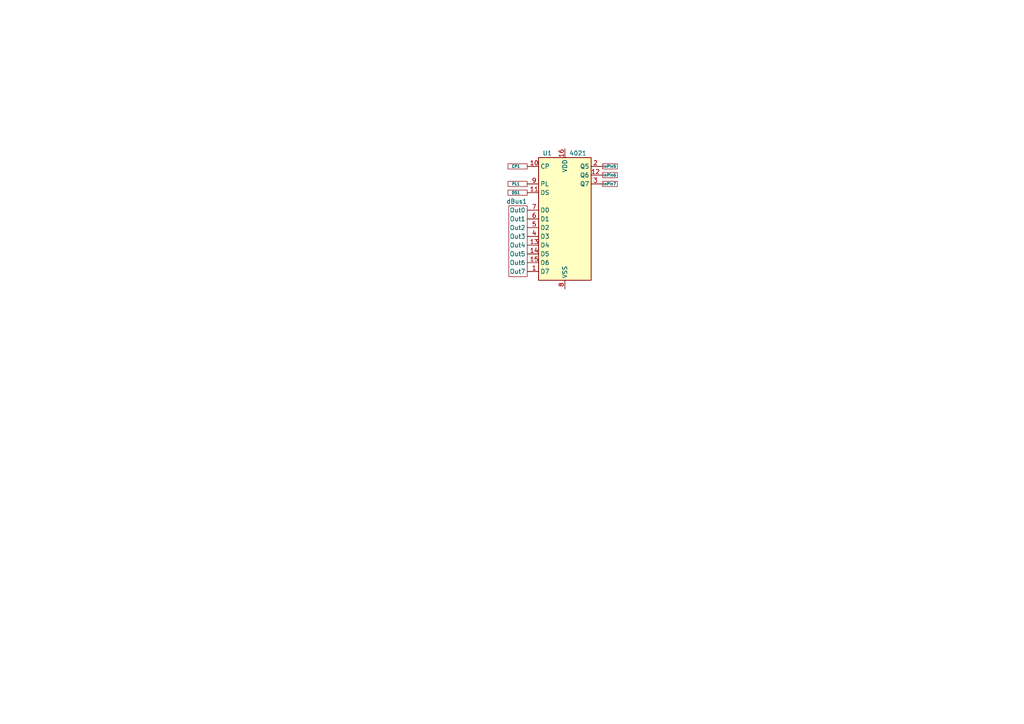
<source format=kicad_sch>
(kicad_sch (version 20230121) (generator eeschema)
  (paper "A4")
  (lib_symbols
    (symbol "4xxx:4021"
      (property "Reference" "U" (at -5.08 19.05 0))
      (property "Value" "4021" (at 3.81 19.05 0))
      (symbol "4021_0_1"
        (rectangle (start -7.62 17.78) (end 7.62 -17.78) (stroke (width 0.254)) (fill (type background)))
      )
      (symbol "4021_1_1"
        (pin input line (at -10.16 -15.24 0) (length 2.54) (name "D7") (number "1"))
        (pin input line (at -10.16 15.24 0) (length 2.54) (name "CP") (number "10"))
        (pin input line (at -10.16 7.62 0) (length 2.54) (name "DS") (number "11"))
        (pin output line (at 10.16 12.7 180) (length 2.54) (name "Q6") (number "12"))
        (pin input line (at -10.16 -7.62 0) (length 2.54) (name "D4") (number "13"))
        (pin input line (at -10.16 -10.16 0) (length 2.54) (name "D5") (number "14"))
        (pin input line (at -10.16 -12.7 0) (length 2.54) (name "D6") (number "15"))
        (pin power_in line (at 0 20.32 270) (length 2.54) (name "VDD") (number "16"))
        (pin output line (at 10.16 15.24 180) (length 2.54) (name "Q5") (number "2"))
        (pin output line (at 10.16 10.16 180) (length 2.54) (name "Q7") (number "3"))
        (pin input line (at -10.16 -5.08 0) (length 2.54) (name "D3") (number "4"))
        (pin input line (at -10.16 -2.54 0) (length 2.54) (name "D2") (number "5"))
        (pin input line (at -10.16 0 0) (length 2.54) (name "D1") (number "6"))
        (pin input line (at -10.16 2.54 0) (length 2.54) (name "D0") (number "7"))
        (pin power_in line (at 0 -20.32 90) (length 2.54) (name "VSS") (number "8"))
        (pin input line (at -10.16 10.16 0) (length 2.54) (name "PL") (number "9"))
      )
    )
    (symbol "Tests:InPin" (pin_numbers hide) (pin_names hide)
      (property "Reference" "InPin" (at 2.794 0 0))
      (symbol "InPin_0_1"
        (rectangle (start 0.762 0.762) (end 5.08 -0.762))
      )
      (symbol "InPin_1_1"
        (pin input line (at 0 0 0) (length 0.75) (name "In") (number "1"))
      )
    )
    (symbol "Tests:OutBus" (pin_numbers hide)
      (property "Reference" "OutBus" (at -1.524 11.176 0))
      (symbol "OutBus_0_1"
        (rectangle (start -6.096 10.16) (end -0.75 -10.414))
      )
      (symbol "OutBus_1_1"
        (pin output line (at 0 8.89 180) (length 0.75) (name "Out0") (number "0"))
        (pin output line (at 0 6.35 180) (length 0.75) (name "Out1") (number "1"))
        (pin output line (at 0 3.81 180) (length 0.75) (name "Out2") (number "2"))
        (pin output line (at 0 1.27 180) (length 0.75) (name "Out3") (number "3"))
        (pin output line (at 0 -1.27 180) (length 0.75) (name "Out4") (number "4"))
        (pin output line (at 0 -3.81 180) (length 0.75) (name "Out5") (number "5"))
        (pin output line (at 0 -6.35 180) (length 0.75) (name "Out6") (number "6"))
        (pin output line (at 0 -8.89 180) (length 0.75) (name "Out7") (number "7"))
      )
    )
    (symbol "Tests:OutPin" (pin_numbers hide) (pin_names hide)
      (property "Reference" "OutPin" (at -4.064 0 0))
      (symbol "OutPin_0_1"
        (rectangle (start -6.35 0.762) (end -0.762 -0.762))
      )
      (symbol "OutPin_1_1"
        (pin output line (at 0 0 180) (length 0.75) (name "Out") (number "1"))
      )
    )
  )
  (symbol (lib_id "Tests:OutPin") (at 153.67 55.88 0) (unit 1)
    (property "Reference" "DS1" (at 149.606 55.88 0) (effects (font (size 0.8 0.8))))
    (property "Value" "OutPin" (effects hide))
  )
  (symbol (lib_id "Tests:OutPin") (at 153.67 53.34 0) (unit 1)
    (property "Reference" "PL1" (at 149.606 53.34 0) (effects (font (size 0.8 0.8))))
    (property "Value" "OutPin" (effects hide))
  )
  (symbol (lib_id "4xxx:4021") (at 163.83 63.5 0) (unit 1)
    (property "Reference" "U1" (at 158.75 44.45 0))
    (property "Value" "4021" (at 167.64 44.45 0))
    (property "Datasheet" "https://assets.nexperia.com/documents/data-sheet/HEF4021B.pdf" (effects hide))
  )
  (symbol (lib_id "Tests:InPin") (at 173.99 53.34 0) (unit 1)
    (property "Reference" "InPin7" (at 176.784 53.34 0) (effects (font (size 0.8 0.8))))
    (property "Value" "InPin" (effects hide))
  )
  (symbol (lib_id "Tests:OutBus") (at 153.67 69.85 0) (unit 1)
    (property "Reference" "dBus1" (at 149.86 58.42 0))
    (property "Value" "OutBus" (effects hide))
  )
  (symbol (lib_id "Tests:InPin") (at 173.99 48.26 0) (unit 1)
    (property "Reference" "InPin5" (at 176.784 48.26 0) (effects (font (size 0.8 0.8))))
    (property "Value" "InPin" (effects hide))
  )
  (symbol (lib_id "Tests:InPin") (at 173.99 50.8 0) (unit 1)
    (property "Reference" "InPin6" (at 176.784 50.8 0) (effects (font (size 0.8 0.8))))
    (property "Value" "InPin" (effects hide))
  )
  (symbol (lib_id "Tests:OutPin") (at 153.67 48.26 0) (unit 1)
    (property "Reference" "CP1" (at 149.606 48.26 0) (effects (font (size 0.8 0.8))))
    (property "Value" "OutPin" (effects hide))
  )
)
</source>
